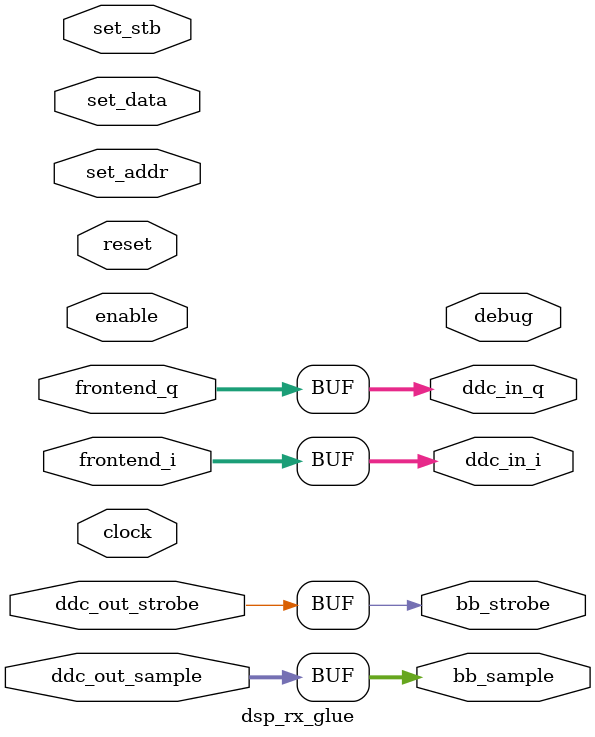
<source format=v>


module dsp_rx_glue
#(
    //the dsp unit number: 0, 1, 2...
    parameter DSPNO = 0,

    //frontend bus width
    parameter WIDTH = 24
)
(
    //control signals
    input clock, input reset, input enable,

    //user settings bus, controlled through user setting regs API
    input set_stb, input [7:0] set_addr, input [31:0] set_data,

    //full rate inputs directly from the RX frontend
    input [WIDTH-1:0] frontend_i,
    input [WIDTH-1:0] frontend_q,

    //full rate outputs directly to the DDC chain
    output [WIDTH-1:0] ddc_in_i,
    output [WIDTH-1:0] ddc_in_q,

    //strobed samples {I16,Q16} from the RX DDC chain
    input [31:0] ddc_out_sample,
    input ddc_out_strobe, //high on valid sample

    //strobbed baseband samples {I16,Q16} from this module
    output [31:0] bb_sample,
    output bb_strobe, //high on valid sample

    //debug output (optional)
    output [31:0] debug
);

    generate
        if (DSPNO==0) begin
            `ifndef RX_DSP0_MODULE
            assign ddc_in_i = frontend_i;
            assign ddc_in_q = frontend_q;
            assign bb_sample = ddc_out_sample;
            assign bb_strobe = ddc_out_strobe;
            `else
            RX_DSP0_MODULE rx_dsp0_custom
            (
                .clock(clock), .reset(reset), .enable(enable),
                .set_stb(set_stb), .set_addr(set_addr), .set_data(set_data),
                .frontend_i(frontend_i), .frontend_q(frontend_q),
                .ddc_in_i(ddc_in_i), .ddc_in_q(ddc_in_q),
                .ddc_out_sample(ddc_out_sample), .ddc_out_strobe(ddc_out_strobe),
                .bb_sample(bb_sample), .bb_strobe(bb_strobe)
            );
            `endif
        end
        else begin
            `ifndef RX_DSP1_MODULE
            assign ddc_in_i = frontend_i;
            assign ddc_in_q = frontend_q;
            assign bb_sample = ddc_out_sample;
            assign bb_strobe = ddc_out_strobe;
            `else
            RX_DSP1_MODULE rx_dsp1_custom
            (
                .clock(clock), .reset(reset), .enable(enable),
                .set_stb(set_stb), .set_addr(set_addr), .set_data(set_data),
                .frontend_i(frontend_i), .frontend_q(frontend_q),
                .ddc_in_i(ddc_in_i), .ddc_in_q(ddc_in_q),
                .ddc_out_sample(ddc_out_sample), .ddc_out_strobe(ddc_out_strobe),
                .bb_sample(bb_sample), .bb_strobe(bb_strobe)
            );
            `endif
        end
    endgenerate

endmodule //dsp_rx_glue

</source>
